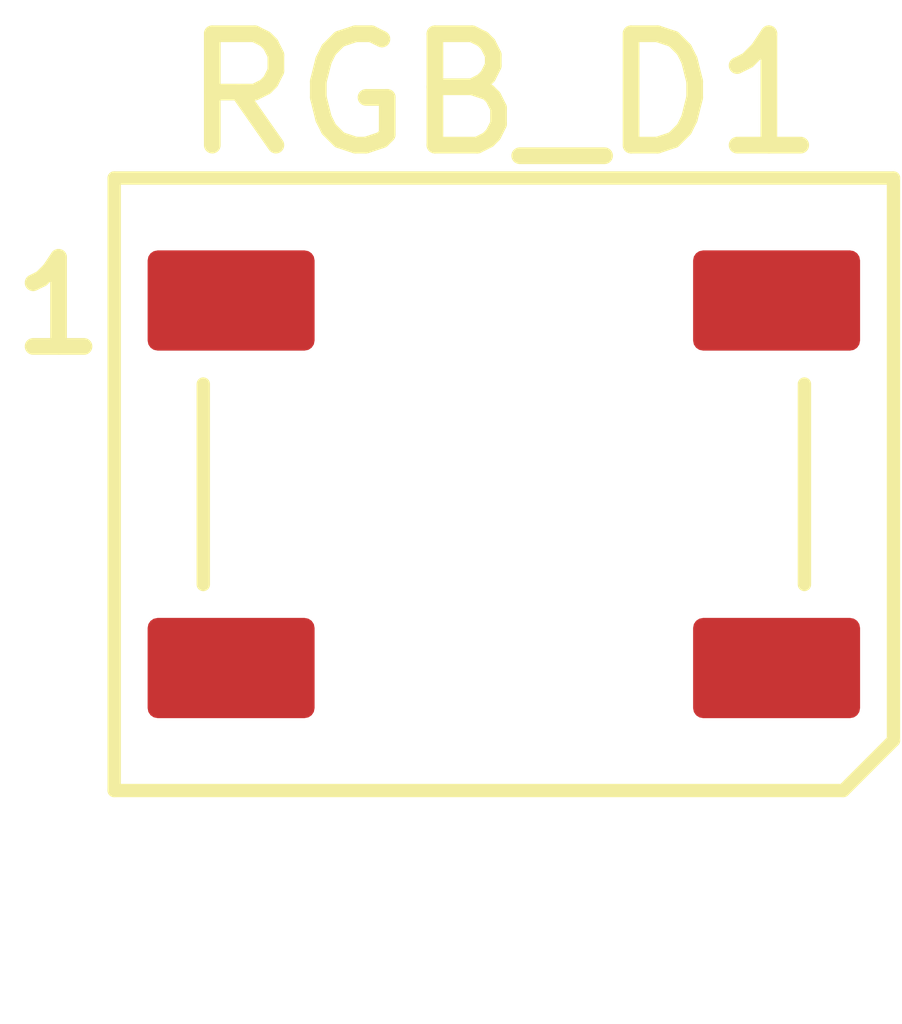
<source format=kicad_pcb>
(kicad_pcb (version 20241229) (generator "pcbnew") (generator_version "9.0")
  (layers (0 "F.Cu" signal) (2 "B.Cu" signal) (13 "F.Paste" user) (15 "B.Paste" user) (5 "F.SilkS" user "F.Silkscreen") (7 "B.SilkS" user "B.Silkscreen") (1 "F.Mask" user) (3 "B.Mask" user) (25 "Edge.Cuts" user))
  (net 0 "")
  (net 2 "3.3V")
  (net 3 "GPIO_DIN")
  (net 4 "GND")
  (footprint "ErgoCai.pretty:LED_WS2812B_PLCC4_5.0x5.0mm_P3.2mm" (layer "F.Cu") (at 0 0)
    (property "Reference" "RGB_D1" (at 0 -3.5 0) (layer "F.SilkS"))
    (property "Value" "WS2812B")
    (fp_line (start -3.5 -2.75) (end -3.5 2.75) (stroke (width 0.12)) (layer "F.SilkS"))
    (fp_line (start -3.5 -2.75) (end 3.5 -2.75) (stroke (width 0.12)) (layer "F.SilkS"))
    (fp_line (start -3.5 2.75) (end 3.05 2.75) (stroke (width 0.12)) (layer "F.SilkS"))
    (fp_line (start -2.7 0.9) (end -2.7 -0.9) (stroke (width 0.12)) (layer "F.SilkS"))
    (fp_line (start 2.7 0.9) (end 2.7 -0.9) (stroke (width 0.12)) (layer "F.SilkS"))
    (fp_line (start 3.05 2.75) (end 3.5 2.3) (stroke (width 0.12)) (layer "F.SilkS"))
    (fp_line (start 3.5 2.3) (end 3.5 -2.75) (stroke (width 0.12)) (layer "F.SilkS"))
    (fp_text user "1" (at -4 -1.6 0) (layer "F.SilkS") (effects (font (size 0.8 0.8))))
    (pad "1" smd roundrect (at -2.45 -1.65) (size 1.5 0.9) (layers "F.Cu" "F.Mask" "F.Paste") (roundrect_rratio 0.1) (net 2 "3.3V"))
    (pad "2" smd roundrect (at -2.45 1.65) (size 1.5 0.9) (layers "F.Cu" "F.Mask" "F.Paste") (roundrect_rratio 0.1))
    (pad "3" smd roundrect (at 2.45 1.65) (size 1.5 0.9) (layers "F.Cu" "F.Mask" "F.Paste") (roundrect_rratio 0.1) (net 4 "GND"))
    (pad "4" smd roundrect (at 2.45 -1.65) (size 1.5 0.9) (layers "F.Cu" "F.Mask" "F.Paste") (roundrect_rratio 0.1) (net 3 "GPIO_DIN"))
  )
)
</source>
